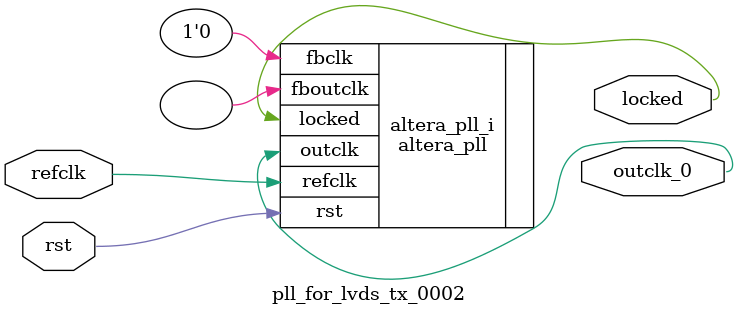
<source format=v>
`timescale 1ns/10ps
module  pll_for_lvds_tx_0002(

	// interface 'refclk'
	input wire refclk,

	// interface 'reset'
	input wire rst,

	// interface 'outclk0'
	output wire outclk_0,

	// interface 'locked'
	output wire locked
);

	altera_pll #(
		.fractional_vco_multiplier("false"),
		.reference_clock_frequency("73.142858 MHz"),
		.operation_mode("normal"),
		.number_of_clocks(1),
		.output_clock_frequency0("73.142858 MHz"),
		.phase_shift0("0 ps"),
		.duty_cycle0(50),
		.output_clock_frequency1("0 MHz"),
		.phase_shift1("0 ps"),
		.duty_cycle1(50),
		.output_clock_frequency2("0 MHz"),
		.phase_shift2("0 ps"),
		.duty_cycle2(50),
		.output_clock_frequency3("0 MHz"),
		.phase_shift3("0 ps"),
		.duty_cycle3(50),
		.output_clock_frequency4("0 MHz"),
		.phase_shift4("0 ps"),
		.duty_cycle4(50),
		.output_clock_frequency5("0 MHz"),
		.phase_shift5("0 ps"),
		.duty_cycle5(50),
		.output_clock_frequency6("0 MHz"),
		.phase_shift6("0 ps"),
		.duty_cycle6(50),
		.output_clock_frequency7("0 MHz"),
		.phase_shift7("0 ps"),
		.duty_cycle7(50),
		.output_clock_frequency8("0 MHz"),
		.phase_shift8("0 ps"),
		.duty_cycle8(50),
		.output_clock_frequency9("0 MHz"),
		.phase_shift9("0 ps"),
		.duty_cycle9(50),
		.output_clock_frequency10("0 MHz"),
		.phase_shift10("0 ps"),
		.duty_cycle10(50),
		.output_clock_frequency11("0 MHz"),
		.phase_shift11("0 ps"),
		.duty_cycle11(50),
		.output_clock_frequency12("0 MHz"),
		.phase_shift12("0 ps"),
		.duty_cycle12(50),
		.output_clock_frequency13("0 MHz"),
		.phase_shift13("0 ps"),
		.duty_cycle13(50),
		.output_clock_frequency14("0 MHz"),
		.phase_shift14("0 ps"),
		.duty_cycle14(50),
		.output_clock_frequency15("0 MHz"),
		.phase_shift15("0 ps"),
		.duty_cycle15(50),
		.output_clock_frequency16("0 MHz"),
		.phase_shift16("0 ps"),
		.duty_cycle16(50),
		.output_clock_frequency17("0 MHz"),
		.phase_shift17("0 ps"),
		.duty_cycle17(50),
		.pll_type("General"),
		.pll_subtype("General")
	) altera_pll_i (
		.rst	(rst),
		.outclk	({outclk_0}),
		.locked	(locked),
		.fboutclk	( ),
		.fbclk	(1'b0),
		.refclk	(refclk)
	);
endmodule


</source>
